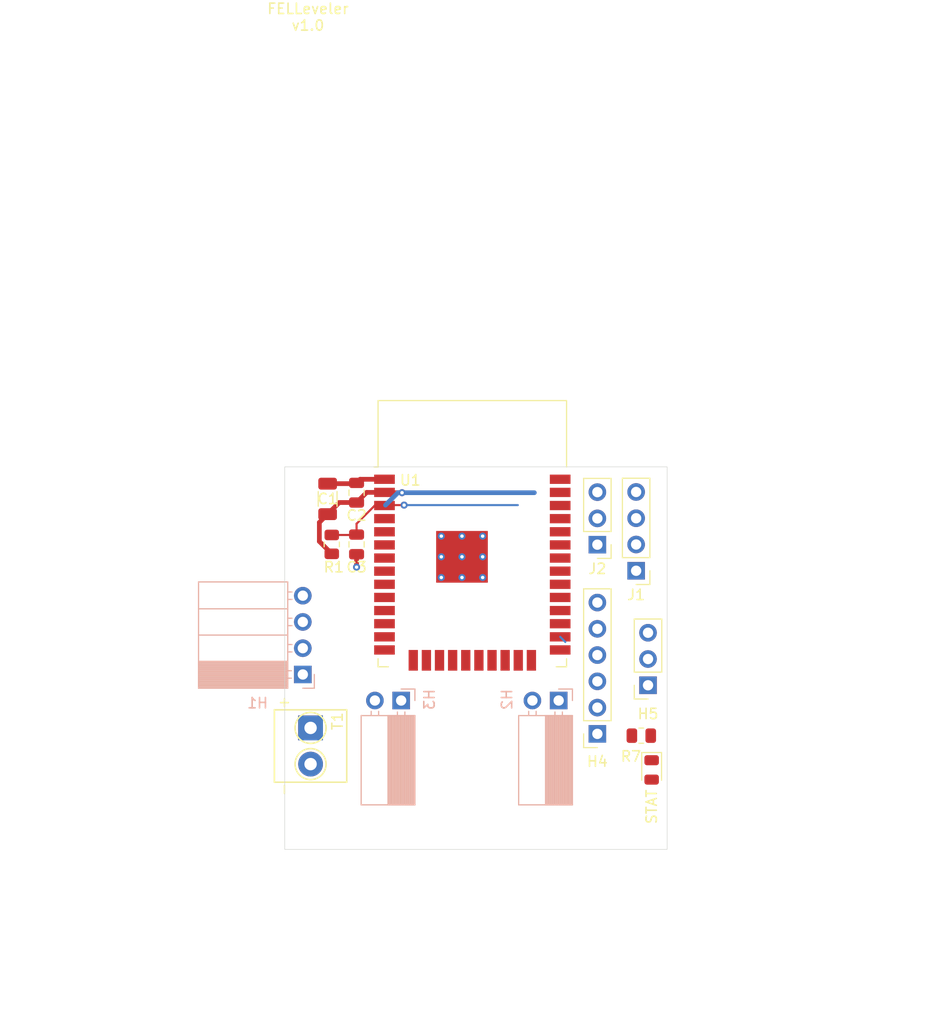
<source format=kicad_pcb>
(kicad_pcb (version 20211014) (generator pcbnew)
  (title_block (title "FELLeveler") (date "2021-10-15") (rev "2.0"))
  (layers (0 "F.Cu" signal) (31 "B.Cu" signal) (34 "B.Paste" user) (35 "F.Paste" user) (36 "B.SilkS" user "B.Silkscreen") (37 "F.SilkS" user "F.Silkscreen") (38 "B.Mask" user) (39 "F.Mask" user) (44 "Edge.Cuts" user))
  (net 0 "")
  (net 1 "GND")
  (net 2 "VCC")
  (net 3 "/EN")
  (net 4 "/SDA")
  (net 5 "/SCL")
  (net 6 "/DIN")
  (net 7 "VDD")
  (net 8 "/RXD0")
  (net 9 "/TXD0")
  (net 10 "/IO0")
  (net 11 "Net-(L1-Pad1)")
  (net 12 "/CLK")
  (net 13 "/CS")
  (net 14 "/DC")
  (net 15 "/IO12")
  (net 19 "unconnected-(U1-Pad26)")
  (net 39 "/STATUS_LED")
  (footprint "Capacitor_SMD:C_0805_2012Metric" (layer "F.Cu") (at 139.45 95.5 90)
    (fp_text reference "C2" (at -2.2 0) (layer "F.SilkS"))
    (fp_text value "100nF")
    (fp_line (start -0.261252 -0.735) (end 0.261252 -0.735) (layer "F.SilkS") (width 0.12))
    (fp_line (start -0.261252 0.735) (end 0.261252 0.735) (layer "F.SilkS") (width 0.12))
    (pad "1" smd roundrect locked (at -0.95 0 90) (size 1 1.45) (layers "F.Cu" "F.Paste" "F.Mask") (net 7 "VDD"))
    (pad "2" smd roundrect locked (at 0.95 0 90) (size 1 1.45) (layers "F.Cu" "F.Paste" "F.Mask") (net 1 "GND"))
  )
  (footprint "Resistor_SMD:R_0805_2012Metric" (layer "F.Cu") (at 137.05 100.5 90)
    (fp_text reference "R1" (at -2.2 0.2) (layer "F.SilkS"))
    (fp_text value "10K")
    (fp_line (start -0.227064 0.735) (end 0.227064 0.735) (layer "F.SilkS") (width 0.12))
    (fp_line (start -0.227064 -0.735) (end 0.227064 -0.735) (layer "F.SilkS") (width 0.12))
    (pad "1" smd roundrect locked (at -0.9125 0 90) (size 1.025 1.4) (layers "F.Cu" "F.Paste" "F.Mask") (roundrect_rratio 0.243902) (net 7 "VDD"))
    (pad "2" smd roundrect locked (at 0.9125 0 90) (size 1.025 1.4) (layers "F.Cu" "F.Paste" "F.Mask") (roundrect_rratio 0.243902) (net 3 "/EN"))
  )
  (footprint "RF_Module:ESP32-WROOM-32" (layer "F.Cu") (at 150.65 102.455)
    (fp_text reference "U1" (at -6 -8.155 180) (layer "F.SilkS"))
    (fp_text value "ESP32-WROOM-32")
    (fp_line (start -9.12 9.1) (end -9.12 9.88) (layer "F.SilkS") (width 0.12))
    (fp_line (start 9.12 9.88) (end 8.12 9.88) (layer "F.SilkS") (width 0.12))
    (fp_line (start 9.12 -15.865) (end 9.12 -9.445) (layer "F.SilkS") (width 0.12))
    (fp_line (start -9.12 -9.445) (end -9.5 -9.445) (layer "F.SilkS") (width 0.12))
    (fp_line (start -9.12 -15.865) (end -9.12 -9.445) (layer "F.SilkS") (width 0.12))
    (fp_line (start -9.12 -15.865) (end 9.12 -15.865) (layer "F.SilkS") (width 0.12))
    (fp_line (start 9.12 9.1) (end 9.12 9.88) (layer "F.SilkS") (width 0.12))
    (fp_line (start -9.12 9.88) (end -8.12 9.88) (layer "F.SilkS") (width 0.12))
    (pad "1" smd rect locked (at -8.5 -8.255) (size 2 0.9) (layers "F.Cu" "F.Paste" "F.Mask") (net 1 "GND"))
    (pad "2" smd rect locked (at -8.5 -6.985) (size 2 0.9) (layers "F.Cu" "F.Paste" "F.Mask") (net 7 "VDD"))
    (pad "3" smd rect locked (at -8.5 -5.715) (size 2 0.9) (layers "F.Cu" "F.Paste" "F.Mask") (net 3 "/EN"))
    (pad "4" smd rect locked (at -8.5 -4.445) (size 2 0.9) (layers "F.Cu" "F.Paste" "F.Mask"))
    (pad "5" smd rect locked (at -8.5 -3.175) (size 2 0.9) (layers "F.Cu" "F.Paste" "F.Mask"))
    (pad "6" smd rect locked (at -8.5 -1.905) (size 2 0.9) (layers "F.Cu" "F.Paste" "F.Mask"))
    (pad "7" smd rect locked (at -8.5 -0.635) (size 2 0.9) (layers "F.Cu" "F.Paste" "F.Mask"))
    (pad "8" smd rect locked (at -8.5 0.635) (size 2 0.9) (layers "F.Cu" "F.Paste" "F.Mask"))
    (pad "9" smd rect locked (at -8.5 1.905) (size 2 0.9) (layers "F.Cu" "F.Paste" "F.Mask"))
    (pad "10" smd rect locked (at -8.5 3.175) (size 2 0.9) (layers "F.Cu" "F.Paste" "F.Mask"))
    (pad "11" smd rect locked (at -8.5 4.445) (size 2 0.9) (layers "F.Cu" "F.Paste" "F.Mask"))
    (pad "12" smd rect locked (at -8.5 5.715) (size 2 0.9) (layers "F.Cu" "F.Paste" "F.Mask"))
    (pad "13" smd rect locked (at -8.5 6.985) (size 2 0.9) (layers "F.Cu" "F.Paste" "F.Mask"))
    (pad "14" smd rect locked (at -8.5 8.255) (size 2 0.9) (layers "F.Cu" "F.Paste" "F.Mask") (net 15 "/IO12"))
    (pad "15" smd rect locked (at -5.715 9.255 90) (size 2 0.9) (layers "F.Cu" "F.Paste" "F.Mask") (net 1 "GND"))
    (pad "16" smd rect locked (at -4.445 9.255 90) (size 2 0.9) (layers "F.Cu" "F.Paste" "F.Mask"))
    (pad "17" smd rect locked (at -3.175 9.255 90) (size 2 0.9) (layers "F.Cu" "F.Paste" "F.Mask"))
    (pad "18" smd rect locked (at -1.905 9.255 90) (size 2 0.9) (layers "F.Cu" "F.Paste" "F.Mask"))
    (pad "19" smd rect locked (at -0.635 9.255 90) (size 2 0.9) (layers "F.Cu" "F.Paste" "F.Mask"))
    (pad "20" smd rect locked (at 0.635 9.255 90) (size 2 0.9) (layers "F.Cu" "F.Paste" "F.Mask"))
    (pad "21" smd rect locked (at 1.905 9.255 90) (size 2 0.9) (layers "F.Cu" "F.Paste" "F.Mask"))
    (pad "22" smd rect locked (at 3.175 9.255 90) (size 2 0.9) (layers "F.Cu" "F.Paste" "F.Mask"))
    (pad "23" smd rect locked (at 4.445 9.255 90) (size 2 0.9) (layers "F.Cu" "F.Paste" "F.Mask"))
    (pad "24" smd rect locked (at 5.715 9.255 90) (size 2 0.9) (layers "F.Cu" "F.Paste" "F.Mask") (net 39 "/STATUS_LED"))
    (pad "25" smd rect locked (at 8.5 8.255) (size 2 0.9) (layers "F.Cu" "F.Paste" "F.Mask") (net 10 "/IO0"))
    (pad "26" smd rect locked (at 8.5 6.985) (size 2 0.9) (layers "F.Cu" "F.Paste" "F.Mask") (net 19 "unconnected-(U1-Pad26)"))
    (pad "27" smd rect locked (at 8.5 5.715) (size 2 0.9) (layers "F.Cu" "F.Paste" "F.Mask"))
    (pad "28" smd rect locked (at 8.5 4.445) (size 2 0.9) (layers "F.Cu" "F.Paste" "F.Mask") (net 14 "/DC"))
    (pad "29" smd rect locked (at 8.5 3.175) (size 2 0.9) (layers "F.Cu" "F.Paste" "F.Mask") (net 13 "/CS"))
    (pad "30" smd rect locked (at 8.5 1.905) (size 2 0.9) (layers "F.Cu" "F.Paste" "F.Mask") (net 12 "/CLK"))
    (pad "31" smd rect locked (at 8.5 0.635) (size 2 0.9) (layers "F.Cu" "F.Paste" "F.Mask"))
    (pad "32" smd rect locked (at 8.5 -0.635) (size 2 0.9) (layers "F.Cu" "F.Paste" "F.Mask"))
    (pad "33" smd rect locked (at 8.5 -1.905) (size 2 0.9) (layers "F.Cu" "F.Paste" "F.Mask") (net 4 "/SDA"))
    (pad "34" smd rect locked (at 8.5 -3.175) (size 2 0.9) (layers "F.Cu" "F.Paste" "F.Mask") (net 8 "/RXD0"))
    (pad "35" smd rect locked (at 8.5 -4.445) (size 2 0.9) (layers "F.Cu" "F.Paste" "F.Mask") (net 9 "/TXD0"))
    (pad "36" smd rect locked (at 8.5 -5.715) (size 2 0.9) (layers "F.Cu" "F.Paste" "F.Mask") (net 5 "/SCL"))
    (pad "37" smd rect locked (at 8.5 -6.985) (size 2 0.9) (layers "F.Cu" "F.Paste" "F.Mask") (net 6 "/DIN"))
    (pad "38" smd rect locked (at 8.5 -8.255) (size 2 0.9) (layers "F.Cu" "F.Paste" "F.Mask") (net 1 "GND"))
    (pad "39" smd rect locked (at -1 -0.755) (size 5 5) (layers "F.Cu" "F.Paste" "F.Mask") (net 1 "GND"))
  )
  (footprint "Resistor_SMD:R_0805_2012Metric" (layer "F.Cu") (at 167 119)
    (fp_text reference "R7" (at -1 2 180) (layer "F.SilkS"))
    (fp_text value "120")
    (fp_line (start -0.227064 0.735) (end 0.227064 0.735) (layer "F.SilkS") (width 0.12))
    (fp_line (start -0.227064 -0.735) (end 0.227064 -0.735) (layer "F.SilkS") (width 0.12))
    (pad "1" smd roundrect locked (at -0.9125 0) (size 1.025 1.4) (layers "F.Cu" "F.Paste" "F.Mask") (roundrect_rratio 0.243902) (net 39 "/STATUS_LED"))
    (pad "2" smd roundrect locked (at 0.9125 0) (size 1.025 1.4) (layers "F.Cu" "F.Paste" "F.Mask") (roundrect_rratio 0.243902) (net 11 "Net-(L1-Pad1)"))
  )
  (footprint "LED_SMD:LED_0805_2012Metric" (layer "F.Cu") (at 168 122.3125 -90)
    (fp_text reference "L1" hide)
    (fp_text value "STATUS LED (Blue)" hide)
    (fp_text user "STAT" (at 1.8 0 90) (layer "F.SilkS") (effects (justify right)))
    (fp_line (start -1.685 0.96) (end 1 0.96) (layer "F.SilkS") (width 0.12))
    (fp_line (start -1.685 -0.96) (end -1.685 0.96) (layer "F.SilkS") (width 0.12))
    (fp_line (start 1 -0.96) (end -1.685 -0.96) (layer "F.SilkS") (width 0.12))
    (pad "1" smd roundrect locked (at -0.9375 0 270) (size 0.975 1.4) (layers "F.Cu" "F.Paste" "F.Mask") (net 11 "Net-(L1-Pad1)"))
    (pad "2" smd roundrect locked (at 0.9375 0 270) (size 0.975 1.4) (layers "F.Cu" "F.Paste" "F.Mask") (net 7 "VDD"))
  )
  (footprint "MountingHole:MountingHole_2.5mm" (layer "F.Cu") (at 136.5 127)
    (fp_text reference "REF**" hide)
    (fp_text value "MountingHole_2.5mm")
    (pad "" np_thru_hole circle locked (at 0 0) (size 2.5 2.5) (drill 2.5) (layers *.Cu *.Mask))
  )
  (footprint "Capacitor_SMD:C_1206_3216Metric" (layer "F.Cu") (at 136.65 96.1 90)
    (fp_text reference "C1" (at 0 0) (layer "F.SilkS"))
    (fp_text value "100uF")
    (fp_line (start -0.711252 0.91) (end 0.711252 0.91) (layer "F.SilkS") (width 0.12))
    (fp_line (start -0.711252 -0.91) (end 0.711252 -0.91) (layer "F.SilkS") (width 0.12))
    (pad "1" smd roundrect locked (at -1.475 0 90) (size 1.15 1.8) (layers "F.Cu" "F.Paste" "F.Mask") (roundrect_rratio 0.217391) (net 7 "VDD"))
    (pad "2" smd roundrect locked (at 1.475 0 90) (size 1.15 1.8) (layers "F.Cu" "F.Paste" "F.Mask") (roundrect_rratio 0.217391) (net 1 "GND"))
  )
  (footprint "Capacitor_SMD:C_0805_2012Metric" (layer "F.Cu") (at 139.45 100.5 -90)
    (fp_text reference "C3" (at 2.2 0) (layer "F.SilkS"))
    (fp_text value "1uF")
    (fp_line (start -0.261252 -0.735) (end 0.261252 -0.735) (layer "F.SilkS") (width 0.12))
    (fp_line (start -0.261252 0.735) (end 0.261252 0.735) (layer "F.SilkS") (width 0.12))
    (pad "1" smd roundrect locked (at -0.95 0 270) (size 1 1.45) (layers "F.Cu" "F.Paste" "F.Mask") (net 3 "/EN"))
    (pad "2" smd roundrect locked (at 0.95 0 270) (size 1 1.45) (layers "F.Cu" "F.Paste" "F.Mask") (net 1 "GND"))
  )
  (footprint "my-terminals:Screw_Terminal_2_P3.5_Horizontal" (layer "F.Cu") (at 135 120 -90)
    (fp_text reference "T1" (at -2.4 -2.6 90) (layer "F.SilkS"))
    (fp_text value "VCC IN")
    (fp_text user "-" (at 4.2 2.6 90) (layer "F.SilkS"))
    (fp_text user "+" (at -4.2 2.6 90) (layer "F.SilkS"))
    (fp_line (start -3.5 3.5) (end 3.5 3.5) (layer "F.SilkS") (width 0.15))
    (fp_line (start 3.5 -3.5) (end 3.5 3.5) (layer "F.SilkS") (width 0.15))
    (fp_line (start -3.5 3.5) (end -3.5 -3.5) (layer "F.SilkS") (width 0.15))
    (fp_line (start -3.5 -3.5) (end 3.5 -3.5) (layer "F.SilkS") (width 0.15))
    (fp_circle (center 1.75 0) (end 3.25 0) (layer "F.SilkS") (width 0.15) (fill none))
    (fp_circle (center -1.75 0) (end -0.25 0) (layer "F.SilkS") (width 0.15) (fill none))
    (pad "1" thru_hole rect locked (at -1.75 0 270) (size 2.4 2.4) (drill 1.2) (layers *.Cu *.Mask) (net 2 "VCC"))
    (pad "2" thru_hole circle locked (at 1.75 0 270) (size 2.4 2.4) (drill 1.2) (layers *.Cu *.Mask) (net 1 "GND"))
  )
  (footprint "Connector_PinHeader_2.54mm:PinHeader_1x03_P2.54mm_Vertical" (layer "F.Cu") (at 162.75 100.525 180)
    (fp_text reference "J2" (at 0 -2.33) (layer "F.SilkS"))
    (fp_text value "PRG1")
    (fp_line (start -1.33 -1.33) (end 0 -1.33) (layer "F.SilkS") (width 0.12))
    (fp_line (start -1.33 6.41) (end 1.33 6.41) (layer "F.SilkS") (width 0.12))
    (fp_line (start 1.33 1.27) (end 1.33 6.41) (layer "F.SilkS") (width 0.12))
    (fp_line (start -1.33 1.27) (end -1.33 6.41) (layer "F.SilkS") (width 0.12))
    (fp_line (start -1.33 0) (end -1.33 -1.33) (layer "F.SilkS") (width 0.12))
    (fp_line (start -1.33 1.27) (end 1.33 1.27) (layer "F.SilkS") (width 0.12))
    (pad "1" thru_hole rect (at 0 0 180) (size 1.7 1.7) (drill 1) (layers *.Cu *.Mask) (net 3 "/EN"))
    (pad "2" thru_hole oval (at 0 2.54 180) (size 1.7 1.7) (drill 1) (layers *.Cu *.Mask) (net 10 "/IO0"))
    (pad "3" thru_hole oval (at 0 5.08 180) (size 1.7 1.7) (drill 1) (layers *.Cu *.Mask) (net 1 "GND"))
  )
  (footprint "Connector_PinHeader_2.54mm:PinHeader_1x04_P2.54mm_Vertical" (layer "F.Cu") (at 166.5 103.05 180)
    (fp_text reference "J1" (at 0 -2.33) (layer "F.SilkS"))
    (fp_text value "PRG0")
    (fp_line (start -1.33 1.27) (end -1.33 8.95) (layer "F.SilkS") (width 0.12))
    (fp_line (start -1.33 1.27) (end 1.33 1.27) (layer "F.SilkS") (width 0.12))
    (fp_line (start 1.33 1.27) (end 1.33 8.95) (layer "F.SilkS") (width 0.12))
    (fp_line (start -1.33 8.95) (end 1.33 8.95) (layer "F.SilkS") (width 0.12))
    (fp_line (start -1.33 -1.33) (end 0 -1.33) (layer "F.SilkS") (width 0.12))
    (fp_line (start -1.33 0) (end -1.33 -1.33) (layer "F.SilkS") (width 0.12))
    (pad "1" thru_hole rect (at 0 0 180) (size 1.7 1.7) (drill 1) (layers *.Cu *.Mask) (net 9 "/TXD0"))
    (pad "2" thru_hole oval (at 0 2.54 180) (size 1.7 1.7) (drill 1) (layers *.Cu *.Mask) (net 8 "/RXD0"))
    (pad "3" thru_hole oval (at 0 5.08 180) (size 1.7 1.7) (drill 1) (layers *.Cu *.Mask) (net 7 "VDD"))
    (pad "4" thru_hole oval (at 0 7.62 180) (size 1.7 1.7) (drill 1) (layers *.Cu *.Mask) (net 1 "GND"))
  )
  (footprint "MountingHole:MountingHole_2.5mm" (layer "F.Cu") (at 164 127)
    (fp_text reference "REF**" hide)
    (fp_text value "MountingHole_2.5mm")
    (pad "" np_thru_hole circle locked (at 0 0) (size 2.5 2.5) (drill 2.5) (layers *.Cu *.Mask))
  )
  (footprint "Connector_PinSocket_2.54mm:PinSocket_1x06_P2.54mm_Vertical" (layer "F.Cu") (at 162.75 118.825 180)
    (fp_text reference "H4" (at 0 -2.675) (layer "F.SilkS"))
    (fp_text value "OLED")
    (fp_line (start 1.33 -1.33) (end 1.33 0) (layer "F.SilkS") (width 0.12))
    (fp_line (start 0 -1.33) (end 1.33 -1.33) (layer "F.SilkS") (width 0.12))
    (fp_line (start -1.33 1.27) (end -1.33 14.03) (layer "F.SilkS") (width 0.12))
    (fp_line (start 1.33 1.27) (end 1.33 14.03) (layer "F.SilkS") (width 0.12))
    (fp_line (start -1.33 1.27) (end 1.33 1.27) (layer "F.SilkS") (width 0.12))
    (fp_line (start -1.33 14.03) (end 1.33 14.03) (layer "F.SilkS") (width 0.12))
    (pad "1" thru_hole rect (at 0 0 180) (size 1.7 1.7) (drill 1) (layers *.Cu *.Mask) (net 7 "VDD"))
    (pad "2" thru_hole oval (at 0 2.54 180) (size 1.7 1.7) (drill 1) (layers *.Cu *.Mask) (net 1 "GND"))
    (pad "3" thru_hole oval (at 0 5.08 180) (size 1.7 1.7) (drill 1) (layers *.Cu *.Mask) (net 6 "/DIN"))
    (pad "4" thru_hole oval (at 0 7.62 180) (size 1.7 1.7) (drill 1) (layers *.Cu *.Mask) (net 12 "/CLK"))
    (pad "5" thru_hole oval (at 0 10.16 180) (size 1.7 1.7) (drill 1) (layers *.Cu *.Mask) (net 13 "/CS"))
    (pad "6" thru_hole oval (at 0 12.7 180) (size 1.7 1.7) (drill 1) (layers *.Cu *.Mask) (net 14 "/DC"))
  )
  (footprint "Connector_PinSocket_2.54mm:PinSocket_1x03_P2.54mm_Vertical" (layer "F.Cu") (at 167.65 114.125 180)
    (fp_text reference "H5" (at 0 -2.77) (layer "F.SilkS"))
    (fp_text value "Touch")
    (fp_line (start 1.33 1.27) (end 1.33 6.41) (layer "F.SilkS") (width 0.12))
    (fp_line (start 1.33 -1.33) (end 1.33 0) (layer "F.SilkS") (width 0.12))
    (fp_line (start -1.33 6.41) (end 1.33 6.41) (layer "F.SilkS") (width 0.12))
    (fp_line (start -1.33 1.27) (end -1.33 6.41) (layer "F.SilkS") (width 0.12))
    (fp_line (start -1.33 1.27) (end 1.33 1.27) (layer "F.SilkS") (width 0.12))
    (fp_line (start 0 -1.33) (end 1.33 -1.33) (layer "F.SilkS") (width 0.12))
    (pad "1" thru_hole rect (at 0 0 180) (size 1.7 1.7) (drill 1) (layers *.Cu *.Mask) (net 1 "GND"))
    (pad "2" thru_hole oval (at 0 2.54 180) (size 1.7 1.7) (drill 1) (layers *.Cu *.Mask) (net 15 "/IO12"))
    (pad "3" thru_hole oval (at 0 5.08 180) (size 1.7 1.7) (drill 1) (layers *.Cu *.Mask) (net 7 "VDD"))
  )
  (footprint "Connector_PinSocket_2.54mm:PinSocket_1x04_P2.54mm_Horizontal" (layer "B.Cu") (at 134.25 113.08)
    (fp_text reference "H1" (at -4.38 2.77) (layer "B.SilkS") (effects (justify mirror)))
    (fp_text value "PS")
    (fp_line (start -10.09 -0.561425) (end -1.46 -0.561425) (layer "B.SilkS") (width 0.12))
    (fp_line (start -1.46 -2.9) (end -1.05 -2.9) (layer "B.SilkS") (width 0.12))
    (fp_line (start -10.09 -6.35) (end -1.46 -6.35) (layer "B.SilkS") (width 0.12))
    (fp_line (start 0 1.33) (end 1.11 1.33) (layer "B.SilkS") (width 0.12))
    (fp_line (start -10.09 0.855715) (end -1.46 0.855715) (layer "B.SilkS") (width 0.12))
    (fp_line (start -10.09 0.50143) (end -1.46 0.50143) (layer "B.SilkS") (width 0.12))
    (fp_line (start -10.09 -0.44333) (end -1.46 -0.44333) (layer "B.SilkS") (width 0.12))
    (fp_line (start -10.09 -0.325235) (end -1.46 -0.325235) (layer "B.SilkS") (width 0.12))
    (fp_line (start -10.09 0.26524) (end -1.46 0.26524) (layer "B.SilkS") (width 0.12))
    (fp_line (start -10.09 -8.95) (end -1.46 -8.95) (layer "B.SilkS") (width 0.12))
    (fp_line (start -10.09 1.091905) (end -1.46 1.091905) (layer "B.SilkS") (width 0.12))
    (fp_line (start -10.09 -1.1519) (end -1.46 -1.1519) (layer "B.SilkS") (width 0.12))
    (fp_line (start -10.09 -0.20714) (end -1.46 -0.20714) (layer "B.SilkS") (width 0.12))
    (fp_line (start -1.46 1.33) (end -1.46 -8.95) (layer "B.SilkS") (width 0.12))
    (fp_line (start -10.09 0.383335) (end -1.46 0.383335) (layer "B.SilkS") (width 0.12))
    (fp_line (start -10.09 0.73762) (end -1.46 0.73762) (layer "B.SilkS") (width 0.12))
    (fp_line (start 1.11 1.33) (end 1.11 0) (layer "B.SilkS") (width 0.12))
    (fp_line (start -1.46 -7.98) (end -1.05 -7.98) (layer "B.SilkS") (width 0.12))
    (fp_line (start -10.09 -0.089045) (end -1.46 -0.089045) (layer "B.SilkS") (width 0.12))
    (fp_line (start -10.09 -1.27) (end -1.46 -1.27) (layer "B.SilkS") (width 0.12))
    (fp_line (start -10.09 0.97381) (end -1.46 0.97381) (layer "B.SilkS") (width 0.12))
    (fp_line (start -10.09 -3.81) (end -1.46 -3.81) (layer "B.SilkS") (width 0.12))
    (fp_line (start -10.09 -0.797615) (end -1.46 -0.797615) (layer "B.SilkS") (width 0.12))
    (fp_line (start -10.09 -0.91571) (end -1.46 -0.91571) (layer "B.SilkS") (width 0.12))
    (fp_line (start -10.09 -1.033805) (end -1.46 -1.033805) (layer "B.SilkS") (width 0.12))
    (fp_line (start -1.46 0.36) (end -1.11 0.36) (layer "B.SilkS") (width 0.12))
    (fp_line (start -10.09 1.21) (end -1.46 1.21) (layer "B.SilkS") (width 0.12))
    (fp_line (start -10.09 1.33) (end -1.46 1.33) (layer "B.SilkS") (width 0.12))
    (fp_line (start -1.46 -0.36) (end -1.11 -0.36) (layer "B.SilkS") (width 0.12))
    (fp_line (start -1.46 -4.72) (end -1.05 -4.72) (layer "B.SilkS") (width 0.12))
    (fp_line (start -1.46 -5.44) (end -1.05 -5.44) (layer "B.SilkS") (width 0.12))
    (fp_line (start -10.09 0.02905) (end -1.46 0.02905) (layer "B.SilkS") (width 0.12))
    (fp_line (start -10.09 0.619525) (end -1.46 0.619525) (layer "B.SilkS") (width 0.12))
    (fp_line (start -10.09 -0.67952) (end -1.46 -0.67952) (layer "B.SilkS") (width 0.12))
    (fp_line (start -1.46 -2.18) (end -1.05 -2.18) (layer "B.SilkS") (width 0.12))
    (fp_line (start -1.46 -7.26) (end -1.05 -7.26) (layer "B.SilkS") (width 0.12))
    (fp_line (start -10.09 1.33) (end -10.09 -8.95) (layer "B.SilkS") (width 0.12))
    (fp_line (start -10.09 0.147145) (end -1.46 0.147145) (layer "B.SilkS") (width 0.12))
    (pad "1" thru_hole rect (at 0 0) (size 1.7 1.7) (drill 1) (layers *.Cu *.Mask))
    (pad "2" thru_hole oval (at 0 -2.54) (size 1.7 1.7) (drill 1) (layers *.Cu *.Mask) (net 2 "VCC"))
    (pad "3" thru_hole oval (at 0 -5.08) (size 1.7 1.7) (drill 1) (layers *.Cu *.Mask) (net 1 "GND"))
    (pad "4" thru_hole oval (at 0 -7.62) (size 1.7 1.7) (drill 1) (layers *.Cu *.Mask) (net 7 "VDD"))
  )
  (footprint "Connector_PinSocket_2.54mm:PinSocket_1x02_P2.54mm_Horizontal" (layer "B.Cu") (at 143.764 115.6 90)
    (fp_text reference "H3" (at 0.1 2.736 90) (layer "B.SilkS") (effects (justify mirror)))
    (fp_text value "ACCEL Signal")
    (fp_line (start -10.09 1.33) (end -10.09 -3.87) (layer "B.SilkS") (width 0.12))
    (fp_line (start -10.09 0.97381) (end -1.46 0.97381) (layer "B.SilkS") (width 0.12))
    (fp_line (start -10.09 -1.1519) (end -1.46 -1.1519) (layer "B.SilkS") (width 0.12))
    (fp_line (start -10.09 0.02905) (end -1.46 0.02905) (layer "B.SilkS") (width 0.12))
    (fp_line (start -10.09 -0.089045) (end -1.46 -0.089045) (layer "B.SilkS") (width 0.12))
    (fp_line (start -10.09 -0.20714) (end -1.46 -0.20714) (layer "B.SilkS") (width 0.12))
    (fp_line (start -10.09 0.50143) (end -1.46 0.50143) (layer "B.SilkS") (width 0.12))
    (fp_line (start -10.09 1.21) (end -1.46 1.21) (layer "B.SilkS") (width 0.12))
    (fp_line (start -1.46 0.36) (end -1.11 0.36) (layer "B.SilkS") (width 0.12))
    (fp_line (start 0 1.33) (end 1.11 1.33) (layer "B.SilkS") (width 0.12))
    (fp_line (start -10.09 1.33) (end -1.46 1.33) (layer "B.SilkS") (width 0.12))
    (fp_line (start -1.46 -2.18) (end -1.05 -2.18) (layer "B.SilkS") (width 0.12))
    (fp_line (start -10.09 0.855715) (end -1.46 0.855715) (layer "B.SilkS") (width 0.12))
    (fp_line (start -1.46 -2.9) (end -1.05 -2.9) (layer "B.SilkS") (width 0.12))
    (fp_line (start -10.09 0.147145) (end -1.46 0.147145) (layer "B.SilkS") (width 0.12))
    (fp_line (start -10.09 -1.27) (end -1.46 -1.27) (layer "B.SilkS") (width 0.12))
    (fp_line (start -1.46 1.33) (end -1.46 -3.87) (layer "B.SilkS") (width 0.12))
    (fp_line (start -10.09 0.383335) (end -1.46 0.383335) (layer "B.SilkS") (width 0.12))
    (fp_line (start -10.09 -0.797615) (end -1.46 -0.797615) (layer "B.SilkS") (width 0.12))
    (fp_line (start -10.09 -1.033805) (end -1.46 -1.033805) (layer "B.SilkS") (width 0.12))
    (fp_line (start -10.09 0.26524) (end -1.46 0.26524) (layer "B.SilkS") (width 0.12))
    (fp_line (start 1.11 1.33) (end 1.11 0) (layer "B.SilkS") (width 0.12))
    (fp_line (start -10.09 -3.87) (end -1.46 -3.87) (layer "B.SilkS") (width 0.12))
    (fp_line (start -10.09 -0.91571) (end -1.46 -0.91571) (layer "B.SilkS") (width 0.12))
    (fp_line (start -10.09 -0.325235) (end -1.46 -0.325235) (layer "B.SilkS") (width 0.12))
    (fp_line (start -10.09 0.73762) (end -1.46 0.73762) (layer "B.SilkS") (width 0.12))
    (fp_line (start -10.09 -0.44333) (end -1.46 -0.44333) (layer "B.SilkS") (width 0.12))
    (fp_line (start -10.09 -0.67952) (end -1.46 -0.67952) (layer "B.SilkS") (width 0.12))
    (fp_line (start -10.09 0.619525) (end -1.46 0.619525) (layer "B.SilkS") (width 0.12))
    (fp_line (start -10.09 -0.561425) (end -1.46 -0.561425) (layer "B.SilkS") (width 0.12))
    (fp_line (start -10.09 1.091905) (end -1.46 1.091905) (layer "B.SilkS") (width 0.12))
    (fp_line (start -1.46 -0.36) (end -1.11 -0.36) (layer "B.SilkS") (width 0.12))
    (pad "1" thru_hole rect (at 0 0 90) (size 1.7 1.7) (drill 1) (layers *.Cu *.Mask) (net 4 "/SDA"))
    (pad "2" thru_hole oval (at 0 -2.54 90) (size 1.7 1.7) (drill 1) (layers *.Cu *.Mask) (net 5 "/SCL"))
  )
  (footprint "Connector_PinSocket_2.54mm:PinSocket_1x02_P2.54mm_Horizontal" (layer "B.Cu") (at 159.004 115.6 90)
    (fp_text reference "H2" (at 0.1 -5.004 90) (layer "B.SilkS") (effects (justify mirror)))
    (fp_text value "ACCEL Power")
    (fp_line (start -10.09 -1.033805) (end -1.46 -1.033805) (layer "B.SilkS") (width 0.12))
    (fp_line (start -10.09 0.02905) (end -1.46 0.02905) (layer "B.SilkS") (width 0.12))
    (fp_line (start -10.09 1.33) (end -1.46 1.33) (layer "B.SilkS") (width 0.12))
    (fp_line (start -1.46 -2.9) (end -1.05 -2.9) (layer "B.SilkS") (width 0.12))
    (fp_line (start -10.09 -3.87) (end -1.46 -3.87) (layer "B.SilkS") (width 0.12))
    (fp_line (start -10.09 -0.089045) (end -1.46 -0.089045) (layer "B.SilkS") (width 0.12))
    (fp_line (start -10.09 1.33) (end -10.09 -3.87) (layer "B.SilkS") (width 0.12))
    (fp_line (start -10.09 -0.20714) (end -1.46 -0.20714) (layer "B.SilkS") (width 0.12))
    (fp_line (start -10.09 0.383335) (end -1.46 0.383335) (layer "B.SilkS") (width 0.12))
    (fp_line (start -10.09 -0.91571) (end -1.46 -0.91571) (layer "B.SilkS") (width 0.12))
    (fp_line (start -1.46 -0.36) (end -1.11 -0.36) (layer "B.SilkS") (width 0.12))
    (fp_line (start -10.09 -0.44333) (end -1.46 -0.44333) (layer "B.SilkS") (width 0.12))
    (fp_line (start -10.09 0.97381) (end -1.46 0.97381) (layer "B.SilkS") (width 0.12))
    (fp_line (start -10.09 -0.67952) (end -1.46 -0.67952) (layer "B.SilkS") (width 0.12))
    (fp_line (start -1.46 1.33) (end -1.46 -3.87) (layer "B.SilkS") (width 0.12))
    (fp_line (start 0 1.33) (end 1.11 1.33) (layer "B.SilkS") (width 0.12))
    (fp_line (start -10.09 0.73762) (end -1.46 0.73762) (layer "B.SilkS") (width 0.12))
    (fp_line (start -10.09 0.619525) (end -1.46 0.619525) (layer "B.SilkS") (width 0.12))
    (fp_line (start 1.11 1.33) (end 1.11 0) (layer "B.SilkS") (width 0.12))
    (fp_line (start -10.09 0.50143) (end -1.46 0.50143) (layer "B.SilkS") (width 0.12))
    (fp_line (start -10.09 -0.561425) (end -1.46 -0.561425) (layer "B.SilkS") (width 0.12))
    (fp_line (start -1.46 -2.18) (end -1.05 -2.18) (layer "B.SilkS") (width 0.12))
    (fp_line (start -10.09 -1.27) (end -1.46 -1.27) (layer "B.SilkS") (width 0.12))
    (fp_line (start -10.09 1.091905) (end -1.46 1.091905) (layer "B.SilkS") (width 0.12))
    (fp_line (start -10.09 1.21) (end -1.46 1.21) (layer "B.SilkS") (width 0.12))
    (fp_line (start -10.09 0.26524) (end -1.46 0.26524) (layer "B.SilkS") (width 0.12))
    (fp_line (start -10.09 -1.1519) (end -1.46 -1.1519) (layer "B.SilkS") (width 0.12))
    (fp_line (start -1.46 0.36) (end -1.11 0.36) (layer "B.SilkS") (width 0.12))
    (fp_line (start -10.09 -0.797615) (end -1.46 -0.797615) (layer "B.SilkS") (width 0.12))
    (fp_line (start -10.09 0.147145) (end -1.46 0.147145) (layer "B.SilkS") (width 0.12))
    (fp_line (start -10.09 0.855715) (end -1.46 0.855715) (layer "B.SilkS") (width 0.12))
    (fp_line (start -10.09 -0.325235) (end -1.46 -0.325235) (layer "B.SilkS") (width 0.12))
    (pad "1" thru_hole rect (at 0 0 90) (size 1.7 1.7) (drill 1) (layers *.Cu *.Mask) (net 1 "GND"))
    (pad "2" thru_hole oval (at 0 -2.54 90) (size 1.7 1.7) (drill 1) (layers *.Cu *.Mask) (net 7 "VDD"))
  )
  (gr_rect (start 132.5 93) (end 169.5 130) (layer "Edge.Cuts") (width 0.05) (fill none))
  (gr_text "FELLeveler\nv1.0" (at 134.75 49.5) (layer "F.SilkS") (effects (font (size 1 1))))
  (segment (start 136.65 94.625) (end 139.375 94.625) (width 0.4572) (layer "F.Cu") (net 1))
  (segment (start 139.8 94.2) (end 142.15 94.2) (width 0.4572) (layer "F.Cu") (net 1))
  (segment (start 139.45 101.45) (end 139.45 102.7) (width 0.4572) (layer "F.Cu") (net 1))
  (segment (start 139.375 94.625) (end 139.45 94.55) (width 0.4572) (layer "F.Cu") (net 1))
  (segment (start 136.525 94.75) (end 136.65 94.625) (width 0.4572) (layer "F.Cu") (net 1))
  (segment (start 139.45 94.55) (end 139.8 94.2) (width 0.4572) (layer "F.Cu") (net 1))
  (segment (start 138.975 94.625) (end 139.05 94.55) (width 0.4572) (layer "F.Cu") (net 1))
  (via (at 149.65 103.7) (size 0.6858) (drill 0.3302) (layers "F.Cu" "B.Cu") (net 1))
  (via (at 151.65 101.7) (size 0.6858) (drill 0.3302) (layers "F.Cu" "B.Cu") (net 1))
  (via (at 151.65 99.7) (size 0.6858) (drill 0.3302) (layers "F.Cu" "B.Cu") (net 1))
  (via (at 147.65 103.7) (size 0.6858) (drill 0.3302) (layers "F.Cu" "B.Cu") (net 1))
  (via (at 149.65 99.7) (size 0.6858) (drill 0.3302) (layers "F.Cu" "B.Cu") (net 1))
  (via (at 149.65 101.7) (size 0.6858) (drill 0.3302) (layers "F.Cu" "B.Cu") (net 1))
  (via (at 147.65 101.7) (size 0.6858) (drill 0.3302) (layers "F.Cu" "B.Cu") (net 1))
  (via (at 151.65 103.7) (size 0.6858) (drill 0.3302) (layers "F.Cu" "B.Cu") (net 1))
  (via (at 139.45 102.7) (size 0.6858) (drill 0.3302) (layers "F.Cu" "B.Cu") (net 1))
  (via (at 147.65 99.7) (size 0.6858) (drill 0.3302) (layers "F.Cu" "B.Cu") (net 1))
  (segment (start 139.4125 99.5875) (end 139.45 99.55) (width 0.2032) (layer "F.Cu") (net 3))
  (segment (start 141.21 96.74) (end 142.15 96.74) (width 0.2032) (layer "F.Cu") (net 3))
  (segment (start 142.19 96.7) (end 142.15 96.74) (width 0.2032) (layer "F.Cu") (net 3))
  (segment (start 139.45 99.55) (end 139.45 98.5) (width 0.2032) (layer "F.Cu") (net 3))
  (segment (start 144.05 96.7) (end 142.19 96.7) (width 0.2032) (layer "F.Cu") (net 3))
  (segment (start 137.05 99.5875) (end 139.4125 99.5875) (width 0.2032) (layer "F.Cu") (net 3))
  (segment (start 139.45 98.5) (end 141.21 96.74) (width 0.2032) (layer "F.Cu") (net 3))
  (via (at 144.05 96.7) (size 0.6858) (drill 0.3302) (layers "F.Cu" "B.Cu") (net 3))
  (segment (start 155.05 96.7) (end 144.05 96.7) (width 0.2032) (layer "B.Cu") (net 3))
  (segment (start 140.43 95.47) (end 142.15 95.47) (width 0.4572) (layer "F.Cu") (net 7))
  (segment (start 137.775 96.45) (end 139.45 96.45) (width 0.4572) (layer "F.Cu") (net 7))
  (segment (start 137.775 96.45) (end 136.65 97.575) (width 0.4572) (layer "F.Cu") (net 7))
  (segment (start 135.85 100.2125) (end 137.05 101.4125) (width 0.4572) (layer "F.Cu") (net 7))
  (segment (start 136.65 97.575) (end 135.85 98.375) (width 0.4572) (layer "F.Cu") (net 7))
  (segment (start 135.85 98.375) (end 135.85 100.2125) (width 0.4572) (layer "F.Cu") (net 7))
  (segment (start 139.45 96.45) (end 140.43 95.47) (width 0.4572) (layer "F.Cu") (net 7))
  (segment (start 143.85 95.5) (end 142.18 95.5) (width 0.4572) (layer "F.Cu") (net 7))
  (segment (start 142.18 95.5) (end 142.15 95.47) (width 0.4572) (layer "F.Cu") (net 7))
  (via (at 143.85 95.5) (size 0.6858) (drill 0.3302) (layers "F.Cu" "B.Cu") (net 7))
  (segment (start 143.85 95.5) (end 143.45 95.5) (width 0.4572) (layer "B.Cu") (net 7))
  (segment (start 156.65 95.5) (end 143.85 95.5) (width 0.4572) (layer "B.Cu") (net 7))
  (segment (start 143.45 95.5) (end 142.25 96.7) (width 0.4572) (layer "B.Cu") (net 7))
  (segment (start 159.42 110.44) (end 159.15 110.71) (width 0.2032) (layer "F.Cu") (net 10))
  (segment (start 159.15 106.9) (end 158.25 106.9) (width 0.2032) (layer "F.Cu") (net 14))
  (segment (start 159.65 109.94) (end 159.15 109.44) (width 0.2032) (layer "B.Cu") (net 19))
)
</source>
